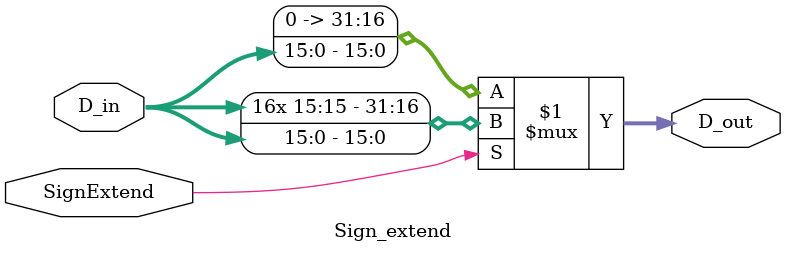
<source format=v>
module Sign_extend(D_out,D_in,SignExtend);
output [31:0] D_out;
input	 [15:0] D_in;
input SignExtend;
assign D_out = (SignExtend) ? {{16{D_in[15]}},D_in[15:0]} : {16'h0000,D_in[15:0]};
endmodule

</source>
